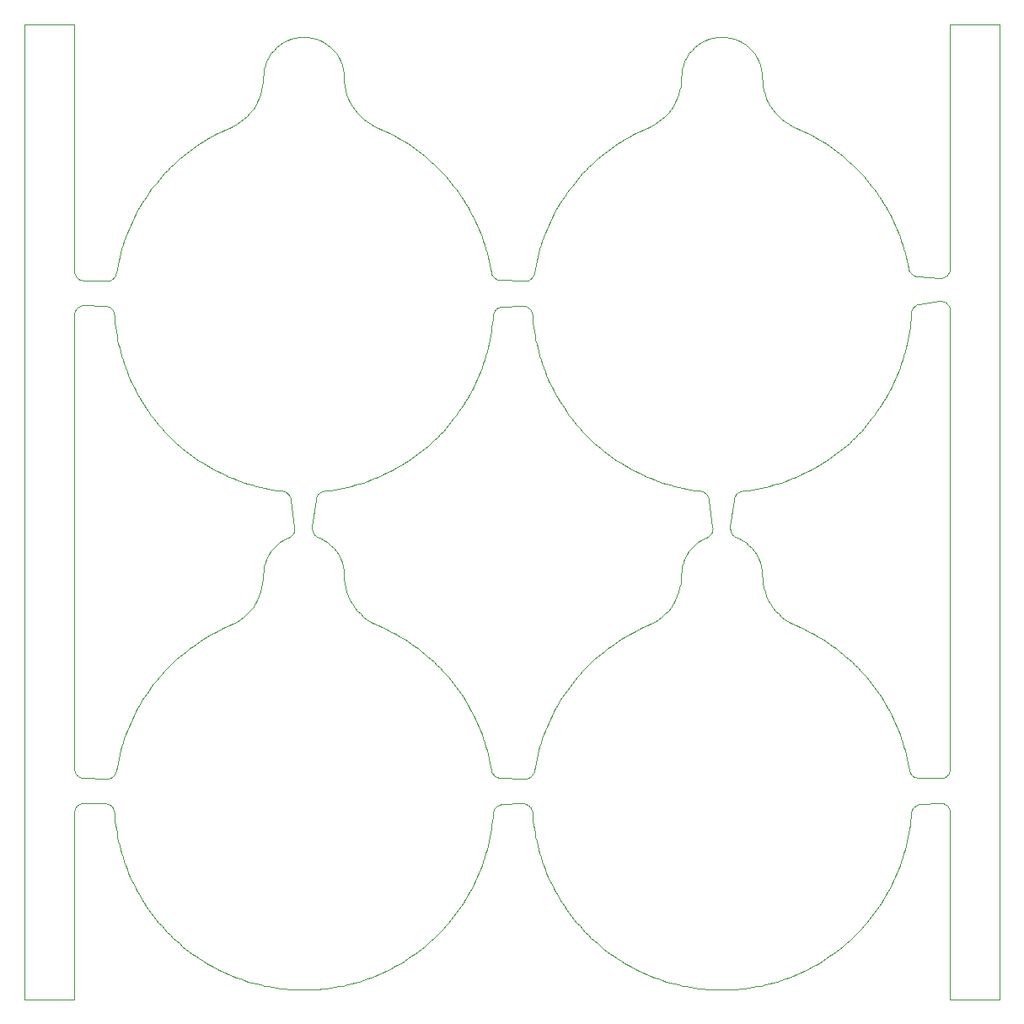
<source format=gko>
%MOIN*%
%OFA0B0*%
%FSLAX44Y44*%
%IPPOS*%
%LPD*%
%ADD10C,0*%
D10*
X00028561Y00018672D02*
X00028561Y00018672D01*
X00028537Y00018683D01*
X00028513Y00018694D01*
X00028491Y00018708D01*
X00028469Y00018722D01*
X00028449Y00018738D01*
X00028429Y00018756D01*
X00028411Y00018775D01*
X00028394Y00018795D01*
X00028378Y00018816D01*
X00028364Y00018838D01*
X00028351Y00018861D01*
X00028340Y00018884D01*
X00028331Y00018909D01*
X00028323Y00018934D01*
X00028317Y00018959D01*
X00028312Y00018985D01*
X00028309Y00019011D01*
X00028308Y00019037D01*
X00028309Y00019063D01*
X00028311Y00019089D01*
X00028448Y00020170D01*
X00028452Y00020196D01*
X00028458Y00020221D01*
X00028465Y00020247D01*
X00028475Y00020271D01*
X00028485Y00020295D01*
X00028498Y00020318D01*
X00028512Y00020341D01*
X00028527Y00020362D01*
X00028544Y00020382D01*
X00028562Y00020401D01*
X00028581Y00020419D01*
X00028602Y00020435D01*
X00028623Y00020450D01*
X00028646Y00020464D01*
X00028669Y00020476D01*
X00028693Y00020487D01*
X00028718Y00020495D01*
X00028743Y00020503D01*
X00028769Y00020508D01*
X00028795Y00020512D01*
X00028877Y00020521D01*
X00029041Y00020543D01*
X00029204Y00020568D01*
X00029366Y00020597D01*
X00029528Y00020629D01*
X00029689Y00020665D01*
X00029849Y00020705D01*
X00030009Y00020748D01*
X00030167Y00020794D01*
X00030324Y00020844D01*
X00030480Y00020898D01*
X00030635Y00020955D01*
X00030789Y00021015D01*
X00030941Y00021078D01*
X00031092Y00021145D01*
X00031241Y00021216D01*
X00031389Y00021289D01*
X00031535Y00021366D01*
X00031679Y00021446D01*
X00031822Y00021529D01*
X00031963Y00021615D01*
X00032102Y00021704D01*
X00032238Y00021797D01*
X00032373Y00021892D01*
X00032506Y00021990D01*
X00032636Y00022091D01*
X00032764Y00022195D01*
X00032890Y00022302D01*
X00033013Y00022411D01*
X00033134Y00022524D01*
X00033253Y00022638D01*
X00033369Y00022756D01*
X00033482Y00022876D01*
X00033593Y00022998D01*
X00033701Y00023123D01*
X00033806Y00023250D01*
X00033909Y00023379D01*
X00034008Y00023511D01*
X00034105Y00023645D01*
X00034198Y00023781D01*
X00034289Y00023918D01*
X00034377Y00024058D01*
X00034461Y00024200D01*
X00034542Y00024344D01*
X00034621Y00024489D01*
X00034696Y00024636D01*
X00034767Y00024784D01*
X00034836Y00024935D01*
X00034901Y00025086D01*
X00034963Y00025239D01*
X00035021Y00025394D01*
X00035076Y00025549D01*
X00035127Y00025706D01*
X00035176Y00025864D01*
X00035220Y00026023D01*
X00035261Y00026182D01*
X00035299Y00026343D01*
X00035333Y00026505D01*
X00035363Y00026667D01*
X00035390Y00026830D01*
X00035414Y00026993D01*
X00035433Y00027157D01*
X00035449Y00027321D01*
X00035462Y00027485D01*
X00035465Y00027543D01*
X00035467Y00027570D01*
X00035472Y00027596D01*
X00035478Y00027623D01*
X00035486Y00027649D01*
X00035495Y00027674D01*
X00035507Y00027699D01*
X00035520Y00027723D01*
X00035534Y00027745D01*
X00035551Y00027767D01*
X00035568Y00027788D01*
X00035587Y00027807D01*
X00035608Y00027825D01*
X00035629Y00027842D01*
X00035652Y00027857D01*
X00035675Y00027870D01*
X00035700Y00027882D01*
X00035725Y00027892D01*
X00035751Y00027900D01*
X00035777Y00027907D01*
X00035804Y00027911D01*
X00036559Y00028017D01*
X00036593Y00028020D01*
X00036626Y00028020D01*
X00036660Y00028018D01*
X00036693Y00028013D01*
X00036726Y00028004D01*
X00036758Y00027993D01*
X00036788Y00027980D01*
X00036818Y00027964D01*
X00036846Y00027945D01*
X00036872Y00027924D01*
X00036897Y00027901D01*
X00036919Y00027876D01*
X00036939Y00027849D01*
X00036957Y00027820D01*
X00036972Y00027790D01*
X00036985Y00027759D01*
X00036995Y00027727D01*
X00037002Y00027694D01*
X00037006Y00027661D01*
X00037007Y00027627D01*
X00037007Y00009541D01*
X00037006Y00009510D01*
X00037002Y00009479D01*
X00036996Y00009448D01*
X00036988Y00009418D01*
X00036977Y00009389D01*
X00036964Y00009361D01*
X00036948Y00009333D01*
X00036931Y00009308D01*
X00036911Y00009283D01*
X00036890Y00009260D01*
X00036866Y00009239D01*
X00036842Y00009220D01*
X00036815Y00009203D01*
X00036788Y00009188D01*
X00036759Y00009176D01*
X00036730Y00009165D01*
X00036700Y00009157D01*
X00036669Y00009151D01*
X00036638Y00009148D01*
X00036607Y00009148D01*
X00035761Y00009163D01*
X00035734Y00009164D01*
X00035707Y00009167D01*
X00035680Y00009173D01*
X00035654Y00009180D01*
X00035628Y00009189D01*
X00035603Y00009199D01*
X00035578Y00009211D01*
X00035555Y00009225D01*
X00035533Y00009241D01*
X00035511Y00009258D01*
X00035491Y00009277D01*
X00035473Y00009297D01*
X00035455Y00009318D01*
X00035439Y00009340D01*
X00035425Y00009363D01*
X00035413Y00009387D01*
X00035402Y00009413D01*
X00035393Y00009438D01*
X00035386Y00009465D01*
X00035380Y00009491D01*
X00035360Y00009608D01*
X00035330Y00009770D01*
X00035295Y00009932D01*
X00035257Y00010092D01*
X00035216Y00010252D01*
X00035171Y00010411D01*
X00035122Y00010569D01*
X00035071Y00010725D01*
X00035015Y00010881D01*
X00034957Y00011035D01*
X00034894Y00011188D01*
X00034829Y00011339D01*
X00034760Y00011489D01*
X00034688Y00011638D01*
X00034613Y00011785D01*
X00034534Y00011930D01*
X00034453Y00012073D01*
X00034368Y00012215D01*
X00034280Y00012354D01*
X00034189Y00012492D01*
X00034095Y00012628D01*
X00033998Y00012761D01*
X00033899Y00012893D01*
X00033796Y00013022D01*
X00033690Y00013149D01*
X00033582Y00013273D01*
X00033471Y00013395D01*
X00033358Y00013515D01*
X00033241Y00013632D01*
X00033122Y00013747D01*
X00033001Y00013858D01*
X00032878Y00013968D01*
X00032751Y00014074D01*
X00032623Y00014178D01*
X00032492Y00014279D01*
X00032360Y00014377D01*
X00032225Y00014472D01*
X00032088Y00014564D01*
X00031949Y00014653D01*
X00031808Y00014738D01*
X00031665Y00014821D01*
X00031521Y00014901D01*
X00031374Y00014977D01*
X00031226Y00015050D01*
X00031077Y00015120D01*
X00030926Y00015187D01*
X00030926Y00015187D01*
X00030770Y00015257D01*
X00030620Y00015338D01*
X00030477Y00015432D01*
X00030342Y00015536D01*
X00030215Y00015651D01*
X00030098Y00015776D01*
X00029992Y00015909D01*
X00029896Y00016051D01*
X00029811Y00016200D01*
X00029739Y00016354D01*
X00029680Y00016515D01*
X00029633Y00016679D01*
X00029599Y00016846D01*
X00029579Y00017016D01*
X00029572Y00017187D01*
X00029563Y00017354D01*
X00029537Y00017520D01*
X00029494Y00017681D01*
X00029434Y00017838D01*
X00029358Y00017987D01*
X00029266Y00018127D01*
X00029161Y00018258D01*
X00029043Y00018376D01*
X00028912Y00018481D01*
X00028772Y00018573D01*
X00028623Y00018649D01*
X00028561Y00018672D01*
X00002362Y00027466D02*
X00002362Y00027466D01*
X00002363Y00027497D01*
X00002367Y00027528D01*
X00002373Y00027559D01*
X00002382Y00027589D01*
X00002393Y00027619D01*
X00002406Y00027647D01*
X00002422Y00027674D01*
X00002439Y00027700D01*
X00002459Y00027725D01*
X00002481Y00027747D01*
X00002504Y00027768D01*
X00002529Y00027788D01*
X00002555Y00027805D01*
X00002583Y00027819D01*
X00002612Y00027832D01*
X00002641Y00027842D01*
X00002672Y00027850D01*
X00002703Y00027856D01*
X00002734Y00027859D01*
X00002765Y00027859D01*
X00003565Y00027839D01*
X00003593Y00027837D01*
X00003622Y00027833D01*
X00003650Y00027827D01*
X00003678Y00027819D01*
X00003705Y00027809D01*
X00003732Y00027797D01*
X00003757Y00027783D01*
X00003781Y00027768D01*
X00003804Y00027750D01*
X00003826Y00027731D01*
X00003846Y00027710D01*
X00003865Y00027688D01*
X00003882Y00027665D01*
X00003897Y00027640D01*
X00003910Y00027614D01*
X00003922Y00027588D01*
X00003931Y00027561D01*
X00003939Y00027533D01*
X00003944Y00027504D01*
X00003947Y00027475D01*
X00003947Y00027475D01*
X00003959Y00027321D01*
X00003975Y00027157D01*
X00003995Y00026993D01*
X00004018Y00026830D01*
X00004045Y00026667D01*
X00004076Y00026505D01*
X00004110Y00026343D01*
X00004147Y00026182D01*
X00004188Y00026023D01*
X00004233Y00025864D01*
X00004281Y00025706D01*
X00004333Y00025549D01*
X00004387Y00025394D01*
X00004446Y00025239D01*
X00004508Y00025086D01*
X00004573Y00024935D01*
X00004641Y00024785D01*
X00004713Y00024636D01*
X00004788Y00024489D01*
X00004866Y00024344D01*
X00004947Y00024200D01*
X00005032Y00024058D01*
X00005119Y00023918D01*
X00005210Y00023781D01*
X00005304Y00023645D01*
X00005400Y00023511D01*
X00005500Y00023379D01*
X00005602Y00023250D01*
X00005707Y00023123D01*
X00005815Y00022998D01*
X00005926Y00022876D01*
X00006039Y00022756D01*
X00006155Y00022638D01*
X00006274Y00022524D01*
X00006395Y00022411D01*
X00006518Y00022302D01*
X00006644Y00022195D01*
X00006772Y00022091D01*
X00006903Y00021990D01*
X00007035Y00021892D01*
X00007170Y00021797D01*
X00007307Y00021704D01*
X00007446Y00021615D01*
X00007586Y00021529D01*
X00007729Y00021446D01*
X00007873Y00021366D01*
X00008019Y00021289D01*
X00008167Y00021216D01*
X00008316Y00021145D01*
X00008467Y00021078D01*
X00008620Y00021015D01*
X00008773Y00020955D01*
X00008928Y00020898D01*
X00009084Y00020844D01*
X00009241Y00020794D01*
X00009400Y00020748D01*
X00009559Y00020705D01*
X00009719Y00020665D01*
X00009880Y00020629D01*
X00010042Y00020597D01*
X00010205Y00020568D01*
X00010368Y00020543D01*
X00010531Y00020521D01*
X00010578Y00020516D01*
X00010604Y00020512D01*
X00010629Y00020507D01*
X00010654Y00020500D01*
X00010679Y00020491D01*
X00010703Y00020480D01*
X00010726Y00020469D01*
X00010748Y00020455D01*
X00010770Y00020440D01*
X00010790Y00020424D01*
X00010810Y00020406D01*
X00010828Y00020387D01*
X00010844Y00020367D01*
X00010860Y00020346D01*
X00010874Y00020324D01*
X00010886Y00020301D01*
X00010897Y00020278D01*
X00010907Y00020253D01*
X00010914Y00020228D01*
X00010920Y00020203D01*
X00010925Y00020177D01*
X00011073Y00019083D01*
X00011075Y00019057D01*
X00011076Y00019031D01*
X00011075Y00019005D01*
X00011073Y00018978D01*
X00011068Y00018952D01*
X00011062Y00018927D01*
X00011055Y00018902D01*
X00011045Y00018877D01*
X00011034Y00018853D01*
X00011021Y00018830D01*
X00011007Y00018808D01*
X00010992Y00018787D01*
X00010974Y00018766D01*
X00010956Y00018748D01*
X00010937Y00018730D01*
X00010916Y00018714D01*
X00010894Y00018699D01*
X00010872Y00018685D01*
X00010848Y00018673D01*
X00010824Y00018663D01*
X00010786Y00018649D01*
X00010637Y00018573D01*
X00010496Y00018481D01*
X00010366Y00018376D01*
X00010247Y00018258D01*
X00010142Y00018127D01*
X00010051Y00017987D01*
X00009975Y00017838D01*
X00009915Y00017681D01*
X00009871Y00017520D01*
X00009845Y00017354D01*
X00009837Y00017187D01*
X00009830Y00017016D01*
X00009809Y00016846D01*
X00009776Y00016679D01*
X00009729Y00016515D01*
X00009669Y00016354D01*
X00009597Y00016200D01*
X00009513Y00016051D01*
X00009417Y00015909D01*
X00009310Y00015776D01*
X00009193Y00015651D01*
X00009067Y00015536D01*
X00008932Y00015432D01*
X00008788Y00015338D01*
X00008638Y00015257D01*
X00008482Y00015187D01*
X00008331Y00015120D01*
X00008182Y00015050D01*
X00008034Y00014977D01*
X00007888Y00014901D01*
X00007743Y00014821D01*
X00007601Y00014738D01*
X00007460Y00014653D01*
X00007321Y00014564D01*
X00007184Y00014472D01*
X00007049Y00014377D01*
X00006916Y00014279D01*
X00006785Y00014178D01*
X00006657Y00014074D01*
X00006531Y00013968D01*
X00006407Y00013859D01*
X00006286Y00013747D01*
X00006167Y00013632D01*
X00006051Y00013515D01*
X00005937Y00013395D01*
X00005826Y00013273D01*
X00005718Y00013149D01*
X00005613Y00013022D01*
X00005510Y00012893D01*
X00005410Y00012761D01*
X00005313Y00012628D01*
X00005219Y00012492D01*
X00005128Y00012354D01*
X00005040Y00012215D01*
X00004956Y00012073D01*
X00004874Y00011930D01*
X00004796Y00011785D01*
X00004720Y00011638D01*
X00004648Y00011489D01*
X00004579Y00011339D01*
X00004514Y00011188D01*
X00004452Y00011035D01*
X00004393Y00010881D01*
X00004338Y00010725D01*
X00004286Y00010569D01*
X00004238Y00010411D01*
X00004193Y00010252D01*
X00004151Y00010092D01*
X00004113Y00009932D01*
X00004079Y00009770D01*
X00004048Y00009608D01*
X00004022Y00009456D01*
X00004017Y00009429D01*
X00004009Y00009401D01*
X00004000Y00009375D01*
X00003988Y00009349D01*
X00003975Y00009324D01*
X00003960Y00009301D01*
X00003944Y00009278D01*
X00003926Y00009256D01*
X00003906Y00009236D01*
X00003885Y00009218D01*
X00003863Y00009201D01*
X00003839Y00009185D01*
X00003815Y00009171D01*
X00003789Y00009159D01*
X00003763Y00009149D01*
X00003736Y00009141D01*
X00003709Y00009135D01*
X00003681Y00009130D01*
X00003653Y00009128D01*
X00003625Y00009128D01*
X00002746Y00009148D01*
X00002716Y00009150D01*
X00002686Y00009154D01*
X00002656Y00009160D01*
X00002627Y00009169D01*
X00002599Y00009180D01*
X00002571Y00009193D01*
X00002545Y00009209D01*
X00002520Y00009226D01*
X00002496Y00009245D01*
X00002474Y00009266D01*
X00002453Y00009289D01*
X00002435Y00009313D01*
X00002418Y00009338D01*
X00002403Y00009365D01*
X00002391Y00009393D01*
X00002380Y00009421D01*
X00002372Y00009451D01*
X00002366Y00009481D01*
X00002363Y00009511D01*
X00002362Y00009541D01*
X00002362Y00027466D01*
X00018923Y00027443D02*
X00018923Y00027443D01*
X00018926Y00027471D01*
X00018932Y00027499D01*
X00018939Y00027527D01*
X00018948Y00027554D01*
X00018959Y00027580D01*
X00018973Y00027606D01*
X00018987Y00027630D01*
X00019004Y00027654D01*
X00019022Y00027676D01*
X00019042Y00027696D01*
X00019063Y00027715D01*
X00019086Y00027733D01*
X00019110Y00027749D01*
X00019135Y00027763D01*
X00019161Y00027775D01*
X00019187Y00027785D01*
X00019215Y00027794D01*
X00019243Y00027800D01*
X00019271Y00027804D01*
X00019299Y00027806D01*
X00020074Y00027839D01*
X00020104Y00027839D01*
X00020134Y00027837D01*
X00020164Y00027832D01*
X00020193Y00027825D01*
X00020222Y00027816D01*
X00020250Y00027805D01*
X00020278Y00027792D01*
X00020304Y00027776D01*
X00020328Y00027759D01*
X00020352Y00027740D01*
X00020374Y00027719D01*
X00020394Y00027696D01*
X00020412Y00027672D01*
X00020428Y00027647D01*
X00020443Y00027620D01*
X00020455Y00027593D01*
X00020466Y00027564D01*
X00020474Y00027535D01*
X00020479Y00027505D01*
X00020483Y00027475D01*
X00020494Y00027321D01*
X00020511Y00027157D01*
X00020530Y00026993D01*
X00020554Y00026830D01*
X00020581Y00026667D01*
X00020611Y00026505D01*
X00020645Y00026343D01*
X00020683Y00026182D01*
X00020724Y00026023D01*
X00020768Y00025864D01*
X00020816Y00025706D01*
X00020868Y00025549D01*
X00020923Y00025394D01*
X00020981Y00025239D01*
X00021043Y00025086D01*
X00021108Y00024935D01*
X00021177Y00024785D01*
X00021248Y00024636D01*
X00021323Y00024489D01*
X00021401Y00024344D01*
X00021483Y00024200D01*
X00021567Y00024058D01*
X00021655Y00023918D01*
X00021745Y00023781D01*
X00021839Y00023645D01*
X00021936Y00023511D01*
X00022035Y00023379D01*
X00022138Y00023250D01*
X00022243Y00023123D01*
X00022351Y00022998D01*
X00022462Y00022876D01*
X00022575Y00022756D01*
X00022691Y00022638D01*
X00022809Y00022524D01*
X00022930Y00022411D01*
X00023054Y00022302D01*
X00023180Y00022195D01*
X00023308Y00022091D01*
X00023438Y00021990D01*
X00023571Y00021892D01*
X00023706Y00021797D01*
X00023842Y00021704D01*
X00023981Y00021615D01*
X00024122Y00021529D01*
X00024264Y00021446D01*
X00024409Y00021366D01*
X00024555Y00021289D01*
X00024703Y00021216D01*
X00024852Y00021145D01*
X00025003Y00021078D01*
X00025155Y00021015D01*
X00025309Y00020955D01*
X00025463Y00020898D01*
X00025620Y00020844D01*
X00025777Y00020794D01*
X00025935Y00020748D01*
X00026094Y00020705D01*
X00026255Y00020665D01*
X00026416Y00020629D01*
X00026577Y00020597D01*
X00026740Y00020568D01*
X00026903Y00020543D01*
X00027067Y00020521D01*
X00027113Y00020516D01*
X00027139Y00020512D01*
X00027165Y00020507D01*
X00027190Y00020500D01*
X00027214Y00020491D01*
X00027238Y00020480D01*
X00027261Y00020469D01*
X00027284Y00020455D01*
X00027305Y00020440D01*
X00027326Y00020424D01*
X00027345Y00020406D01*
X00027363Y00020387D01*
X00027380Y00020367D01*
X00027395Y00020346D01*
X00027409Y00020324D01*
X00027422Y00020301D01*
X00027433Y00020278D01*
X00027442Y00020253D01*
X00027450Y00020228D01*
X00027456Y00020203D01*
X00027460Y00020177D01*
X00027608Y00019083D01*
X00027611Y00019057D01*
X00027612Y00019031D01*
X00027611Y00019005D01*
X00027608Y00018978D01*
X00027604Y00018952D01*
X00027598Y00018927D01*
X00027590Y00018902D01*
X00027581Y00018877D01*
X00027569Y00018853D01*
X00027557Y00018830D01*
X00027543Y00018808D01*
X00027527Y00018787D01*
X00027510Y00018766D01*
X00027492Y00018748D01*
X00027472Y00018730D01*
X00027451Y00018714D01*
X00027430Y00018699D01*
X00027407Y00018685D01*
X00027383Y00018673D01*
X00027359Y00018663D01*
X00027321Y00018649D01*
X00027172Y00018573D01*
X00027031Y00018481D01*
X00026901Y00018376D01*
X00026783Y00018258D01*
X00026678Y00018127D01*
X00026586Y00017987D01*
X00026510Y00017838D01*
X00026450Y00017681D01*
X00026407Y00017520D01*
X00026381Y00017354D01*
X00026372Y00017187D01*
X00026365Y00017016D01*
X00026345Y00016846D01*
X00026311Y00016679D01*
X00026264Y00016515D01*
X00026205Y00016354D01*
X00026132Y00016200D01*
X00026048Y00016051D01*
X00025952Y00015909D01*
X00025846Y00015776D01*
X00025729Y00015651D01*
X00025602Y00015536D01*
X00025467Y00015432D01*
X00025324Y00015338D01*
X00025174Y00015257D01*
X00025018Y00015187D01*
X00024867Y00015120D01*
X00024717Y00015050D01*
X00024570Y00014977D01*
X00024423Y00014901D01*
X00024279Y00014821D01*
X00024136Y00014738D01*
X00023995Y00014653D01*
X00023856Y00014564D01*
X00023719Y00014472D01*
X00023584Y00014377D01*
X00023451Y00014279D01*
X00023321Y00014178D01*
X00023192Y00014074D01*
X00023066Y00013968D01*
X00022943Y00013859D01*
X00022821Y00013747D01*
X00022703Y00013632D01*
X00022586Y00013515D01*
X00022473Y00013395D01*
X00022362Y00013273D01*
X00022254Y00013149D01*
X00022148Y00013022D01*
X00022045Y00012893D01*
X00021946Y00012761D01*
X00021849Y00012628D01*
X00021755Y00012492D01*
X00021664Y00012354D01*
X00021576Y00012215D01*
X00021491Y00012073D01*
X00021409Y00011930D01*
X00021331Y00011785D01*
X00021256Y00011638D01*
X00021184Y00011489D01*
X00021115Y00011339D01*
X00021049Y00011188D01*
X00020987Y00011035D01*
X00020929Y00010881D01*
X00020873Y00010725D01*
X00020821Y00010569D01*
X00020773Y00010411D01*
X00020728Y00010252D01*
X00020687Y00010092D01*
X00020649Y00009932D01*
X00020614Y00009770D01*
X00020583Y00009608D01*
X00020558Y00009456D01*
X00020552Y00009428D01*
X00020545Y00009401D01*
X00020535Y00009374D01*
X00020523Y00009348D01*
X00020510Y00009323D01*
X00020495Y00009299D01*
X00020478Y00009276D01*
X00020460Y00009255D01*
X00020440Y00009235D01*
X00020418Y00009216D01*
X00020396Y00009199D01*
X00020372Y00009183D01*
X00020347Y00009170D01*
X00020321Y00009158D01*
X00020295Y00009148D01*
X00020267Y00009140D01*
X00020240Y00009134D01*
X00020212Y00009130D01*
X00020183Y00009128D01*
X00020155Y00009128D01*
X00019218Y00009163D01*
X00019191Y00009165D01*
X00019165Y00009169D01*
X00019138Y00009174D01*
X00019112Y00009182D01*
X00019087Y00009191D01*
X00019062Y00009201D01*
X00019039Y00009214D01*
X00019016Y00009228D01*
X00018994Y00009244D01*
X00018973Y00009261D01*
X00018953Y00009279D01*
X00018935Y00009299D01*
X00018918Y00009320D01*
X00018903Y00009342D01*
X00018889Y00009365D01*
X00018877Y00009389D01*
X00018866Y00009414D01*
X00018857Y00009439D01*
X00018850Y00009465D01*
X00018845Y00009491D01*
X00018825Y00009608D01*
X00018794Y00009770D01*
X00018760Y00009932D01*
X00018722Y00010092D01*
X00018680Y00010252D01*
X00018635Y00010411D01*
X00018587Y00010569D01*
X00018535Y00010725D01*
X00018480Y00010881D01*
X00018421Y00011035D01*
X00018359Y00011188D01*
X00018294Y00011339D01*
X00018225Y00011489D01*
X00018153Y00011638D01*
X00018078Y00011785D01*
X00017999Y00011930D01*
X00017917Y00012073D01*
X00017833Y00012215D01*
X00017745Y00012354D01*
X00017654Y00012492D01*
X00017560Y00012628D01*
X00017463Y00012761D01*
X00017363Y00012893D01*
X00017260Y00013022D01*
X00017155Y00013149D01*
X00017047Y00013273D01*
X00016936Y00013395D01*
X00016822Y00013515D01*
X00016706Y00013632D01*
X00016587Y00013747D01*
X00016466Y00013858D01*
X00016342Y00013968D01*
X00016216Y00014074D01*
X00016088Y00014178D01*
X00015957Y00014279D01*
X00015824Y00014377D01*
X00015689Y00014472D01*
X00015552Y00014564D01*
X00015413Y00014653D01*
X00015272Y00014738D01*
X00015130Y00014821D01*
X00014985Y00014901D01*
X00014839Y00014977D01*
X00014691Y00015050D01*
X00014542Y00015120D01*
X00014391Y00015187D01*
X00014391Y00015187D01*
X00014235Y00015257D01*
X00014085Y00015338D01*
X00013941Y00015432D01*
X00013806Y00015536D01*
X00013680Y00015651D01*
X00013563Y00015776D01*
X00013456Y00015909D01*
X00013360Y00016051D01*
X00013276Y00016200D01*
X00013204Y00016354D01*
X00013144Y00016515D01*
X00013097Y00016679D01*
X00013064Y00016846D01*
X00013043Y00017016D01*
X00013037Y00017187D01*
X00013028Y00017354D01*
X00013002Y00017520D01*
X00012958Y00017681D01*
X00012898Y00017838D01*
X00012822Y00017987D01*
X00012731Y00018127D01*
X00012626Y00018258D01*
X00012507Y00018376D01*
X00012377Y00018481D01*
X00012237Y00018573D01*
X00012087Y00018649D01*
X00012025Y00018672D01*
X00012001Y00018683D01*
X00011978Y00018694D01*
X00011955Y00018708D01*
X00011934Y00018722D01*
X00011913Y00018738D01*
X00011894Y00018756D01*
X00011875Y00018775D01*
X00011859Y00018795D01*
X00011843Y00018816D01*
X00011829Y00018838D01*
X00011816Y00018861D01*
X00011805Y00018884D01*
X00011795Y00018909D01*
X00011787Y00018934D01*
X00011781Y00018959D01*
X00011777Y00018985D01*
X00011774Y00019011D01*
X00011773Y00019037D01*
X00011774Y00019063D01*
X00011776Y00019089D01*
X00011912Y00020170D01*
X00011916Y00020196D01*
X00011922Y00020221D01*
X00011930Y00020247D01*
X00011939Y00020271D01*
X00011950Y00020295D01*
X00011962Y00020318D01*
X00011976Y00020341D01*
X00011992Y00020362D01*
X00012009Y00020382D01*
X00012027Y00020401D01*
X00012046Y00020419D01*
X00012067Y00020435D01*
X00012088Y00020450D01*
X00012111Y00020464D01*
X00012134Y00020476D01*
X00012158Y00020487D01*
X00012183Y00020495D01*
X00012208Y00020503D01*
X00012234Y00020508D01*
X00012260Y00020512D01*
X00012342Y00020521D01*
X00012505Y00020543D01*
X00012668Y00020568D01*
X00012831Y00020597D01*
X00012993Y00020629D01*
X00013154Y00020665D01*
X00013314Y00020705D01*
X00013473Y00020748D01*
X00013632Y00020794D01*
X00013789Y00020844D01*
X00013945Y00020898D01*
X00014100Y00020955D01*
X00014253Y00021015D01*
X00014406Y00021078D01*
X00014557Y00021145D01*
X00014706Y00021216D01*
X00014854Y00021289D01*
X00015000Y00021366D01*
X00015144Y00021446D01*
X00015287Y00021529D01*
X00015427Y00021615D01*
X00015566Y00021704D01*
X00015703Y00021797D01*
X00015838Y00021892D01*
X00015970Y00021990D01*
X00016101Y00022091D01*
X00016229Y00022195D01*
X00016355Y00022302D01*
X00016478Y00022411D01*
X00016599Y00022524D01*
X00016718Y00022638D01*
X00016834Y00022756D01*
X00016947Y00022876D01*
X00017058Y00022998D01*
X00017166Y00023123D01*
X00017271Y00023250D01*
X00017373Y00023379D01*
X00017473Y00023511D01*
X00017569Y00023645D01*
X00017663Y00023781D01*
X00017754Y00023918D01*
X00017841Y00024058D01*
X00017926Y00024200D01*
X00018007Y00024344D01*
X00018085Y00024489D01*
X00018160Y00024636D01*
X00018232Y00024784D01*
X00018300Y00024935D01*
X00018365Y00025086D01*
X00018427Y00025239D01*
X00018486Y00025394D01*
X00018541Y00025549D01*
X00018592Y00025706D01*
X00018640Y00025864D01*
X00018685Y00026023D01*
X00018726Y00026182D01*
X00018763Y00026343D01*
X00018797Y00026505D01*
X00018828Y00026667D01*
X00018855Y00026830D01*
X00018878Y00026993D01*
X00018898Y00027157D01*
X00018914Y00027321D01*
X00018923Y00027443D01*
X00020558Y00029141D02*
X00020558Y00029141D01*
X00020552Y00029113D01*
X00020545Y00029086D01*
X00020535Y00029059D01*
X00020523Y00029033D01*
X00020510Y00029008D01*
X00020495Y00028984D01*
X00020478Y00028961D01*
X00020460Y00028940D01*
X00020440Y00028920D01*
X00020418Y00028901D01*
X00020396Y00028884D01*
X00020372Y00028868D01*
X00020347Y00028855D01*
X00020321Y00028843D01*
X00020295Y00028833D01*
X00020267Y00028825D01*
X00020240Y00028819D01*
X00020212Y00028815D01*
X00020183Y00028813D01*
X00020155Y00028813D01*
X00019218Y00028848D01*
X00019191Y00028850D01*
X00019165Y00028854D01*
X00019138Y00028859D01*
X00019112Y00028867D01*
X00019087Y00028876D01*
X00019062Y00028887D01*
X00019039Y00028899D01*
X00019016Y00028913D01*
X00018994Y00028929D01*
X00018973Y00028946D01*
X00018953Y00028964D01*
X00018935Y00028984D01*
X00018918Y00029005D01*
X00018903Y00029027D01*
X00018889Y00029050D01*
X00018877Y00029074D01*
X00018866Y00029099D01*
X00018857Y00029124D01*
X00018850Y00029150D01*
X00018845Y00029176D01*
X00018825Y00029293D01*
X00018794Y00029455D01*
X00018760Y00029617D01*
X00018722Y00029777D01*
X00018680Y00029937D01*
X00018635Y00030096D01*
X00018587Y00030254D01*
X00018535Y00030410D01*
X00018480Y00030566D01*
X00018421Y00030720D01*
X00018359Y00030873D01*
X00018294Y00031024D01*
X00018225Y00031174D01*
X00018153Y00031323D01*
X00018078Y00031470D01*
X00017999Y00031615D01*
X00017917Y00031758D01*
X00017833Y00031900D01*
X00017745Y00032039D01*
X00017654Y00032177D01*
X00017560Y00032313D01*
X00017463Y00032446D01*
X00017363Y00032578D01*
X00017260Y00032707D01*
X00017155Y00032834D01*
X00017047Y00032958D01*
X00016936Y00033080D01*
X00016822Y00033200D01*
X00016706Y00033317D01*
X00016587Y00033432D01*
X00016466Y00033544D01*
X00016342Y00033653D01*
X00016216Y00033759D01*
X00016088Y00033863D01*
X00015957Y00033964D01*
X00015824Y00034062D01*
X00015689Y00034157D01*
X00015552Y00034249D01*
X00015413Y00034338D01*
X00015272Y00034423D01*
X00015130Y00034506D01*
X00014985Y00034586D01*
X00014839Y00034662D01*
X00014691Y00034735D01*
X00014542Y00034805D01*
X00014391Y00034872D01*
X00014391Y00034872D01*
X00014235Y00034942D01*
X00014085Y00035023D01*
X00013941Y00035117D01*
X00013806Y00035221D01*
X00013680Y00035336D01*
X00013563Y00035461D01*
X00013456Y00035594D01*
X00013360Y00035736D01*
X00013276Y00035885D01*
X00013204Y00036040D01*
X00013144Y00036200D01*
X00013097Y00036364D01*
X00013064Y00036532D01*
X00013043Y00036701D01*
X00013037Y00036872D01*
X00013028Y00037039D01*
X00013002Y00037205D01*
X00012958Y00037366D01*
X00012898Y00037523D01*
X00012822Y00037672D01*
X00012731Y00037812D01*
X00012626Y00037943D01*
X00012507Y00038061D01*
X00012377Y00038166D01*
X00012237Y00038258D01*
X00012087Y00038334D01*
X00011931Y00038394D01*
X00011769Y00038437D01*
X00011604Y00038463D01*
X00011437Y00038472D01*
X00011269Y00038463D01*
X00011104Y00038437D01*
X00010942Y00038394D01*
X00010786Y00038334D01*
X00010637Y00038258D01*
X00010496Y00038166D01*
X00010366Y00038061D01*
X00010247Y00037943D01*
X00010142Y00037812D01*
X00010051Y00037672D01*
X00009975Y00037523D01*
X00009915Y00037366D01*
X00009871Y00037205D01*
X00009845Y00037039D01*
X00009837Y00036872D01*
X00009830Y00036701D01*
X00009809Y00036532D01*
X00009776Y00036364D01*
X00009729Y00036200D01*
X00009669Y00036040D01*
X00009597Y00035885D01*
X00009513Y00035736D01*
X00009417Y00035595D01*
X00009310Y00035461D01*
X00009193Y00035336D01*
X00009067Y00035222D01*
X00008932Y00035117D01*
X00008788Y00035024D01*
X00008638Y00034942D01*
X00008482Y00034872D01*
X00008331Y00034805D01*
X00008182Y00034735D01*
X00008034Y00034662D01*
X00007888Y00034586D01*
X00007743Y00034506D01*
X00007601Y00034423D01*
X00007460Y00034338D01*
X00007321Y00034249D01*
X00007184Y00034157D01*
X00007049Y00034062D01*
X00006916Y00033964D01*
X00006785Y00033863D01*
X00006657Y00033759D01*
X00006531Y00033653D01*
X00006407Y00033544D01*
X00006286Y00033432D01*
X00006167Y00033317D01*
X00006051Y00033200D01*
X00005937Y00033080D01*
X00005826Y00032958D01*
X00005718Y00032834D01*
X00005613Y00032707D01*
X00005510Y00032578D01*
X00005410Y00032446D01*
X00005313Y00032313D01*
X00005219Y00032177D01*
X00005128Y00032039D01*
X00005040Y00031900D01*
X00004956Y00031758D01*
X00004874Y00031615D01*
X00004796Y00031470D01*
X00004720Y00031323D01*
X00004648Y00031174D01*
X00004579Y00031024D01*
X00004514Y00030873D01*
X00004452Y00030720D01*
X00004393Y00030566D01*
X00004338Y00030410D01*
X00004286Y00030254D01*
X00004238Y00030096D01*
X00004193Y00029937D01*
X00004151Y00029777D01*
X00004113Y00029617D01*
X00004079Y00029455D01*
X00004048Y00029293D01*
X00004022Y00029141D01*
X00004022Y00029141D01*
X00004017Y00029114D01*
X00004009Y00029087D01*
X00004000Y00029060D01*
X00003988Y00029034D01*
X00003975Y00029010D01*
X00003960Y00028986D01*
X00003944Y00028963D01*
X00003926Y00028942D01*
X00003906Y00028921D01*
X00003885Y00028903D01*
X00003863Y00028886D01*
X00003839Y00028870D01*
X00003815Y00028856D01*
X00003789Y00028844D01*
X00003763Y00028834D01*
X00003736Y00028826D01*
X00003709Y00028820D01*
X00003681Y00028815D01*
X00003653Y00028813D01*
X00003625Y00028813D01*
X00002746Y00028833D01*
X00002716Y00028835D01*
X00002686Y00028839D01*
X00002656Y00028845D01*
X00002627Y00028854D01*
X00002599Y00028865D01*
X00002571Y00028878D01*
X00002545Y00028894D01*
X00002520Y00028911D01*
X00002496Y00028930D01*
X00002474Y00028951D01*
X00002453Y00028974D01*
X00002435Y00028998D01*
X00002418Y00029023D01*
X00002403Y00029050D01*
X00002391Y00029078D01*
X00002380Y00029106D01*
X00002372Y00029136D01*
X00002366Y00029166D01*
X00002363Y00029196D01*
X00002362Y00029226D01*
X00002362Y00038976D01*
X00000393Y00038976D01*
X00000393Y00000393D01*
X00002362Y00000393D01*
X00002362Y00007781D01*
X00002363Y00007812D01*
X00002367Y00007843D01*
X00002373Y00007874D01*
X00002382Y00007904D01*
X00002393Y00007934D01*
X00002406Y00007962D01*
X00002422Y00007989D01*
X00002439Y00008015D01*
X00002459Y00008040D01*
X00002481Y00008062D01*
X00002504Y00008083D01*
X00002529Y00008103D01*
X00002555Y00008120D01*
X00002583Y00008134D01*
X00002612Y00008147D01*
X00002641Y00008157D01*
X00002672Y00008165D01*
X00002703Y00008171D01*
X00002734Y00008174D01*
X00002765Y00008174D01*
X00003565Y00008154D01*
X00003593Y00008152D01*
X00003622Y00008148D01*
X00003650Y00008142D01*
X00003678Y00008134D01*
X00003705Y00008124D01*
X00003732Y00008112D01*
X00003757Y00008098D01*
X00003781Y00008083D01*
X00003804Y00008065D01*
X00003826Y00008046D01*
X00003846Y00008025D01*
X00003865Y00008003D01*
X00003882Y00007980D01*
X00003897Y00007955D01*
X00003910Y00007929D01*
X00003922Y00007903D01*
X00003931Y00007875D01*
X00003939Y00007848D01*
X00003944Y00007819D01*
X00003947Y00007790D01*
X00003959Y00007636D01*
X00003975Y00007472D01*
X00003995Y00007308D01*
X00004018Y00007145D01*
X00004045Y00006982D01*
X00004076Y00006820D01*
X00004110Y00006658D01*
X00004147Y00006497D01*
X00004188Y00006338D01*
X00004233Y00006179D01*
X00004281Y00006021D01*
X00004333Y00005864D01*
X00004387Y00005709D01*
X00004446Y00005554D01*
X00004508Y00005401D01*
X00004573Y00005250D01*
X00004641Y00005099D01*
X00004713Y00004951D01*
X00004788Y00004804D01*
X00004866Y00004659D01*
X00004947Y00004515D01*
X00005032Y00004373D01*
X00005119Y00004233D01*
X00005210Y00004096D01*
X00005304Y00003960D01*
X00005400Y00003826D01*
X00005500Y00003694D01*
X00005602Y00003565D01*
X00005707Y00003438D01*
X00005815Y00003313D01*
X00005926Y00003191D01*
X00006039Y00003071D01*
X00006155Y00002953D01*
X00006274Y00002839D01*
X00006395Y00002726D01*
X00006518Y00002617D01*
X00006644Y00002510D01*
X00006772Y00002406D01*
X00006903Y00002305D01*
X00007035Y00002207D01*
X00007170Y00002112D01*
X00007307Y00002019D01*
X00007446Y00001930D01*
X00007586Y00001844D01*
X00007729Y00001761D01*
X00007873Y00001681D01*
X00008019Y00001604D01*
X00008167Y00001531D01*
X00008316Y00001460D01*
X00008467Y00001393D01*
X00008620Y00001330D01*
X00008773Y00001270D01*
X00008928Y00001213D01*
X00009084Y00001159D01*
X00009241Y00001109D01*
X00009400Y00001063D01*
X00009559Y00001020D01*
X00009719Y00000980D01*
X00009880Y00000944D01*
X00010042Y00000912D01*
X00010205Y00000883D01*
X00010368Y00000858D01*
X00010531Y00000836D01*
X00010695Y00000818D01*
X00010860Y00000803D01*
X00011024Y00000792D01*
X00011189Y00000785D01*
X00011354Y00000782D01*
X00011519Y00000782D01*
X00011684Y00000785D01*
X00011849Y00000792D01*
X00012013Y00000803D01*
X00012178Y00000818D01*
X00012342Y00000836D01*
X00012505Y00000858D01*
X00012668Y00000883D01*
X00012831Y00000912D01*
X00012993Y00000944D01*
X00013154Y00000980D01*
X00013314Y00001020D01*
X00013473Y00001063D01*
X00013632Y00001109D01*
X00013789Y00001159D01*
X00013945Y00001213D01*
X00014100Y00001270D01*
X00014253Y00001330D01*
X00014406Y00001393D01*
X00014557Y00001460D01*
X00014706Y00001531D01*
X00014854Y00001604D01*
X00015000Y00001681D01*
X00015144Y00001761D01*
X00015287Y00001844D01*
X00015427Y00001930D01*
X00015566Y00002019D01*
X00015703Y00002112D01*
X00015838Y00002207D01*
X00015970Y00002305D01*
X00016101Y00002406D01*
X00016229Y00002510D01*
X00016355Y00002617D01*
X00016478Y00002726D01*
X00016599Y00002839D01*
X00016718Y00002953D01*
X00016834Y00003071D01*
X00016947Y00003191D01*
X00017058Y00003313D01*
X00017166Y00003438D01*
X00017271Y00003565D01*
X00017373Y00003694D01*
X00017473Y00003826D01*
X00017569Y00003960D01*
X00017663Y00004095D01*
X00017754Y00004233D01*
X00017841Y00004373D01*
X00017926Y00004515D01*
X00018007Y00004659D01*
X00018085Y00004804D01*
X00018160Y00004951D01*
X00018232Y00005099D01*
X00018300Y00005250D01*
X00018365Y00005401D01*
X00018427Y00005554D01*
X00018486Y00005709D01*
X00018541Y00005864D01*
X00018592Y00006021D01*
X00018640Y00006179D01*
X00018685Y00006338D01*
X00018726Y00006497D01*
X00018763Y00006658D01*
X00018797Y00006820D01*
X00018828Y00006982D01*
X00018855Y00007145D01*
X00018878Y00007308D01*
X00018898Y00007472D01*
X00018914Y00007636D01*
X00018923Y00007758D01*
X00018926Y00007786D01*
X00018932Y00007814D01*
X00018939Y00007842D01*
X00018948Y00007869D01*
X00018959Y00007895D01*
X00018973Y00007921D01*
X00018987Y00007945D01*
X00019004Y00007969D01*
X00019022Y00007991D01*
X00019042Y00008011D01*
X00019063Y00008030D01*
X00019086Y00008048D01*
X00019110Y00008064D01*
X00019135Y00008078D01*
X00019161Y00008090D01*
X00019187Y00008100D01*
X00019215Y00008109D01*
X00019243Y00008115D01*
X00019271Y00008119D01*
X00019299Y00008121D01*
X00020074Y00008154D01*
X00020104Y00008154D01*
X00020134Y00008152D01*
X00020164Y00008147D01*
X00020193Y00008140D01*
X00020222Y00008131D01*
X00020250Y00008120D01*
X00020278Y00008107D01*
X00020304Y00008091D01*
X00020328Y00008074D01*
X00020352Y00008055D01*
X00020374Y00008034D01*
X00020394Y00008011D01*
X00020412Y00007987D01*
X00020428Y00007962D01*
X00020443Y00007935D01*
X00020455Y00007908D01*
X00020466Y00007879D01*
X00020474Y00007850D01*
X00020479Y00007820D01*
X00020483Y00007790D01*
X00020494Y00007636D01*
X00020511Y00007472D01*
X00020530Y00007308D01*
X00020554Y00007145D01*
X00020581Y00006982D01*
X00020611Y00006820D01*
X00020645Y00006658D01*
X00020683Y00006497D01*
X00020724Y00006338D01*
X00020768Y00006179D01*
X00020816Y00006021D01*
X00020868Y00005864D01*
X00020923Y00005709D01*
X00020981Y00005554D01*
X00021043Y00005401D01*
X00021108Y00005250D01*
X00021177Y00005099D01*
X00021248Y00004951D01*
X00021323Y00004804D01*
X00021401Y00004659D01*
X00021483Y00004515D01*
X00021567Y00004373D01*
X00021655Y00004233D01*
X00021745Y00004096D01*
X00021839Y00003960D01*
X00021936Y00003826D01*
X00022035Y00003694D01*
X00022138Y00003565D01*
X00022243Y00003438D01*
X00022351Y00003313D01*
X00022462Y00003191D01*
X00022575Y00003071D01*
X00022691Y00002953D01*
X00022809Y00002839D01*
X00022930Y00002726D01*
X00023054Y00002617D01*
X00023180Y00002510D01*
X00023308Y00002406D01*
X00023438Y00002305D01*
X00023571Y00002207D01*
X00023706Y00002112D01*
X00023842Y00002019D01*
X00023981Y00001930D01*
X00024122Y00001844D01*
X00024264Y00001761D01*
X00024409Y00001681D01*
X00024555Y00001604D01*
X00024703Y00001531D01*
X00024852Y00001460D01*
X00025003Y00001393D01*
X00025155Y00001330D01*
X00025309Y00001270D01*
X00025463Y00001213D01*
X00025620Y00001159D01*
X00025777Y00001109D01*
X00025935Y00001063D01*
X00026094Y00001020D01*
X00026255Y00000980D01*
X00026416Y00000944D01*
X00026577Y00000912D01*
X00026740Y00000883D01*
X00026903Y00000858D01*
X00027067Y00000836D01*
X00027231Y00000818D01*
X00027395Y00000803D01*
X00027560Y00000792D01*
X00027724Y00000785D01*
X00027889Y00000782D01*
X00028054Y00000782D01*
X00028219Y00000785D01*
X00028384Y00000792D01*
X00028549Y00000803D01*
X00028713Y00000818D01*
X00028877Y00000836D01*
X00029041Y00000858D01*
X00029204Y00000883D01*
X00029366Y00000912D01*
X00029528Y00000944D01*
X00029689Y00000980D01*
X00029849Y00001020D01*
X00030009Y00001063D01*
X00030167Y00001109D01*
X00030324Y00001159D01*
X00030480Y00001213D01*
X00030635Y00001270D01*
X00030789Y00001330D01*
X00030941Y00001393D01*
X00031092Y00001460D01*
X00031241Y00001531D01*
X00031389Y00001604D01*
X00031535Y00001681D01*
X00031679Y00001761D01*
X00031822Y00001844D01*
X00031963Y00001930D01*
X00032102Y00002019D01*
X00032238Y00002112D01*
X00032373Y00002207D01*
X00032506Y00002305D01*
X00032636Y00002406D01*
X00032764Y00002510D01*
X00032890Y00002617D01*
X00033013Y00002726D01*
X00033134Y00002839D01*
X00033253Y00002953D01*
X00033369Y00003071D01*
X00033482Y00003191D01*
X00033593Y00003313D01*
X00033701Y00003438D01*
X00033806Y00003565D01*
X00033909Y00003694D01*
X00034008Y00003826D01*
X00034105Y00003960D01*
X00034198Y00004095D01*
X00034289Y00004233D01*
X00034377Y00004373D01*
X00034461Y00004515D01*
X00034542Y00004659D01*
X00034621Y00004804D01*
X00034696Y00004951D01*
X00034767Y00005099D01*
X00034836Y00005250D01*
X00034901Y00005401D01*
X00034963Y00005554D01*
X00035021Y00005709D01*
X00035076Y00005864D01*
X00035127Y00006021D01*
X00035176Y00006179D01*
X00035220Y00006338D01*
X00035261Y00006497D01*
X00035299Y00006658D01*
X00035333Y00006820D01*
X00035363Y00006982D01*
X00035390Y00007145D01*
X00035414Y00007308D01*
X00035433Y00007472D01*
X00035449Y00007636D01*
X00035459Y00007758D01*
X00035462Y00007786D01*
X00035467Y00007813D01*
X00035474Y00007841D01*
X00035483Y00007867D01*
X00035494Y00007893D01*
X00035506Y00007918D01*
X00035521Y00007942D01*
X00035537Y00007965D01*
X00035555Y00007987D01*
X00035574Y00008007D01*
X00035594Y00008026D01*
X00035616Y00008044D01*
X00035639Y00008060D01*
X00035664Y00008074D01*
X00035689Y00008087D01*
X00035715Y00008097D01*
X00035741Y00008106D01*
X00035769Y00008113D01*
X00035796Y00008118D01*
X00035824Y00008121D01*
X00036587Y00008173D01*
X00036619Y00008174D01*
X00036651Y00008172D01*
X00036683Y00008168D01*
X00036715Y00008161D01*
X00036745Y00008152D01*
X00036775Y00008140D01*
X00036804Y00008125D01*
X00036832Y00008108D01*
X00036858Y00008089D01*
X00036882Y00008068D01*
X00036905Y00008045D01*
X00036926Y00008021D01*
X00036944Y00007994D01*
X00036961Y00007967D01*
X00036975Y00007937D01*
X00036986Y00007907D01*
X00036996Y00007876D01*
X00037002Y00007845D01*
X00037006Y00007813D01*
X00037007Y00007781D01*
X00037007Y00000393D01*
X00038976Y00000393D01*
X00038976Y00038976D01*
X00037007Y00038976D01*
X00037007Y00029327D01*
X00037006Y00029295D01*
X00037002Y00029263D01*
X00036995Y00029231D01*
X00036986Y00029200D01*
X00036975Y00029170D01*
X00036961Y00029141D01*
X00036944Y00029113D01*
X00036925Y00029087D01*
X00036905Y00029062D01*
X00036882Y00029039D01*
X00036857Y00029018D01*
X00036831Y00028999D01*
X00036804Y00028982D01*
X00036775Y00028968D01*
X00036745Y00028956D01*
X00036714Y00028946D01*
X00036682Y00028939D01*
X00036650Y00028935D01*
X00036618Y00028933D01*
X00036585Y00028934D01*
X00035715Y00028997D01*
X00035689Y00029000D01*
X00035664Y00029004D01*
X00035639Y00029010D01*
X00035614Y00029018D01*
X00035590Y00029027D01*
X00035566Y00029038D01*
X00035544Y00029050D01*
X00035522Y00029064D01*
X00035501Y00029079D01*
X00035481Y00029096D01*
X00035462Y00029113D01*
X00035445Y00029132D01*
X00035429Y00029152D01*
X00035414Y00029173D01*
X00035400Y00029196D01*
X00035388Y00029218D01*
X00035378Y00029242D01*
X00035369Y00029266D01*
X00035362Y00029291D01*
X00035356Y00029316D01*
X00035330Y00029455D01*
X00035295Y00029617D01*
X00035257Y00029777D01*
X00035216Y00029937D01*
X00035171Y00030096D01*
X00035122Y00030254D01*
X00035071Y00030410D01*
X00035015Y00030566D01*
X00034957Y00030720D01*
X00034894Y00030873D01*
X00034829Y00031024D01*
X00034760Y00031174D01*
X00034688Y00031323D01*
X00034613Y00031470D01*
X00034534Y00031615D01*
X00034453Y00031758D01*
X00034368Y00031900D01*
X00034280Y00032039D01*
X00034189Y00032177D01*
X00034095Y00032313D01*
X00033998Y00032446D01*
X00033899Y00032578D01*
X00033796Y00032707D01*
X00033690Y00032834D01*
X00033582Y00032958D01*
X00033471Y00033080D01*
X00033358Y00033200D01*
X00033241Y00033317D01*
X00033122Y00033432D01*
X00033001Y00033544D01*
X00032878Y00033653D01*
X00032751Y00033759D01*
X00032623Y00033863D01*
X00032492Y00033964D01*
X00032360Y00034062D01*
X00032225Y00034157D01*
X00032088Y00034249D01*
X00031949Y00034338D01*
X00031808Y00034423D01*
X00031665Y00034506D01*
X00031521Y00034586D01*
X00031374Y00034662D01*
X00031226Y00034735D01*
X00031077Y00034805D01*
X00030926Y00034872D01*
X00030926Y00034872D01*
X00030770Y00034942D01*
X00030620Y00035023D01*
X00030477Y00035117D01*
X00030342Y00035221D01*
X00030215Y00035336D01*
X00030098Y00035461D01*
X00029992Y00035594D01*
X00029896Y00035736D01*
X00029811Y00035885D01*
X00029739Y00036040D01*
X00029680Y00036200D01*
X00029633Y00036364D01*
X00029599Y00036532D01*
X00029579Y00036701D01*
X00029572Y00036872D01*
X00029563Y00037039D01*
X00029537Y00037205D01*
X00029494Y00037366D01*
X00029434Y00037523D01*
X00029358Y00037672D01*
X00029266Y00037812D01*
X00029161Y00037943D01*
X00029043Y00038061D01*
X00028912Y00038166D01*
X00028772Y00038258D01*
X00028623Y00038334D01*
X00028466Y00038394D01*
X00028305Y00038437D01*
X00028139Y00038463D01*
X00027972Y00038472D01*
X00027805Y00038463D01*
X00027639Y00038437D01*
X00027478Y00038394D01*
X00027321Y00038334D01*
X00027172Y00038258D01*
X00027031Y00038166D01*
X00026901Y00038061D01*
X00026783Y00037943D01*
X00026678Y00037812D01*
X00026586Y00037672D01*
X00026510Y00037523D01*
X00026450Y00037366D01*
X00026407Y00037205D01*
X00026381Y00037039D01*
X00026372Y00036872D01*
X00026365Y00036701D01*
X00026345Y00036532D01*
X00026311Y00036364D01*
X00026264Y00036200D01*
X00026205Y00036040D01*
X00026132Y00035885D01*
X00026048Y00035736D01*
X00025952Y00035595D01*
X00025846Y00035461D01*
X00025729Y00035336D01*
X00025602Y00035222D01*
X00025467Y00035117D01*
X00025324Y00035024D01*
X00025174Y00034942D01*
X00025018Y00034872D01*
X00024867Y00034805D01*
X00024717Y00034735D01*
X00024570Y00034662D01*
X00024423Y00034586D01*
X00024279Y00034506D01*
X00024136Y00034423D01*
X00023995Y00034338D01*
X00023856Y00034249D01*
X00023719Y00034157D01*
X00023584Y00034062D01*
X00023451Y00033964D01*
X00023321Y00033863D01*
X00023192Y00033759D01*
X00023066Y00033653D01*
X00022943Y00033544D01*
X00022821Y00033432D01*
X00022703Y00033317D01*
X00022586Y00033200D01*
X00022473Y00033080D01*
X00022362Y00032958D01*
X00022254Y00032834D01*
X00022148Y00032707D01*
X00022045Y00032578D01*
X00021946Y00032446D01*
X00021849Y00032313D01*
X00021755Y00032177D01*
X00021664Y00032039D01*
X00021576Y00031900D01*
X00021491Y00031758D01*
X00021409Y00031615D01*
X00021331Y00031470D01*
X00021256Y00031323D01*
X00021184Y00031174D01*
X00021115Y00031024D01*
X00021049Y00030873D01*
X00020987Y00030720D01*
X00020929Y00030566D01*
X00020873Y00030410D01*
X00020821Y00030254D01*
X00020773Y00030096D01*
X00020728Y00029937D01*
X00020687Y00029777D01*
X00020649Y00029617D01*
X00020614Y00029455D01*
X00020583Y00029293D01*
X00020558Y00029141D01*
M02*
</source>
